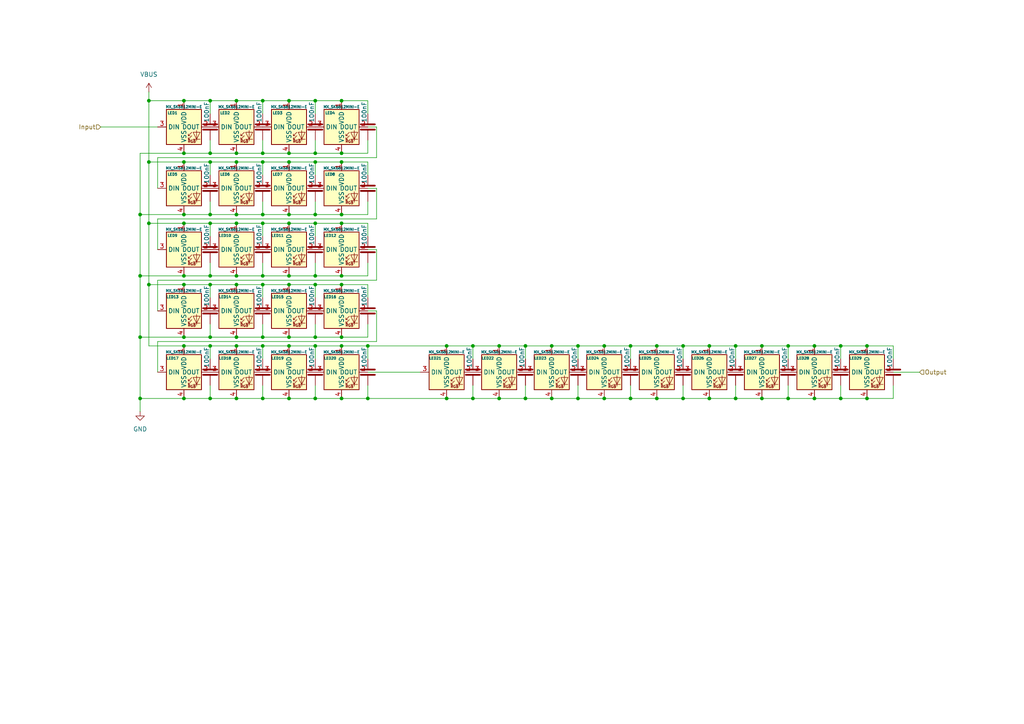
<source format=kicad_sch>
(kicad_sch (version 20250114) (generator "eeschema") (generator_version "9.0")
  (paper "A4")
  (title_block (title "The Interchange Keyboard - Hackpad Module") (date "2025-04-23") (company "Edward Hesketh"))
  (lib_symbols
    (symbol "Device:C" (pin_numbers (hide yes)) (pin_names (offset 0.254))
      (property "Reference" "C" (at 0.635 2.54 0))
      (property "Value" "C" (at 0.635 -2.54 0))
      (symbol "C_0_1"
        (polyline (pts (xy -2.032 0.762) (xy 2.032 0.762)) (stroke (width 0.508)))
        (polyline (pts (xy -2.032 -0.762) (xy 2.032 -0.762)) (stroke (width 0.508)))
      )
      (symbol "C_1_1"
        (pin passive line (at 0 3.81 270) (length 2.794) (name "~") (number "1"))
        (pin passive line (at 0 -3.81 90) (length 2.794) (name "~") (number "2"))
      )
    )
    (symbol "PCM_marbastlib-mx:MX_SK6812MINI-E"
      (property "Reference" "LED" (at 3.175 6.35 0))
      (property "Value" "MX_SK6812MINI-E" (at 10.16 -6.985 0))
      (symbol "MX_SK6812MINI-E_0_0"
        (text "RGB" (at 2.286 -4.191 0) (effects (font (size 0.762 0.762))))
      )
      (symbol "MX_SK6812MINI-E_0_1"
        (rectangle (start -5.08 5.08) (end 5.08 -5.08) (stroke (width 0.254)) (fill (type background)))
        (polyline (pts (xy 1.27 -2.54) (xy 1.778 -2.54)))
        (polyline (pts (xy 1.27 -3.556) (xy 1.778 -3.556)))
        (polyline (pts (xy 2.286 -1.524) (xy 1.27 -2.54) (xy 1.27 -2.032)))
        (polyline (pts (xy 2.286 -2.54) (xy 1.27 -3.556) (xy 1.27 -3.048)))
        (polyline (pts (xy 3.683 -1.016) (xy 3.683 -3.556) (xy 3.683 -4.064)))
        (polyline (pts (xy 4.699 -1.524) (xy 2.667 -1.524) (xy 3.683 -3.556) (xy 4.699 -1.524)))
        (polyline (pts (xy 4.699 -3.556) (xy 2.667 -3.556)))
      )
      (symbol "MX_SK6812MINI-E_1_1"
        (pin input line (at -7.62 0 0) (length 2.54) (name "DIN") (number "3"))
        (pin power_in line (at 0 7.62 270) (length 2.54) (name "VDD") (number "1"))
        (pin power_in line (at 0 -7.62 90) (length 2.54) (name "VSS") (number "4"))
        (pin output line (at 7.62 0 180) (length 2.54) (name "DOUT") (number "2"))
      )
    )
    (symbol "power:GND" (power) (pin_numbers (hide yes)) (pin_names (offset 0) (hide yes))
      (property "Value" "GND" (at 0 -3.81 0))
      (symbol "GND_0_1"
        (polyline (pts (xy 0 0) (xy 0 -1.27) (xy 1.27 -1.27) (xy 0 -2.54) (xy -1.27 -1.27) (xy 0 -1.27)))
      )
      (symbol "GND_1_1"
        (pin power_in line (at 0 0 270) (length 0) (name "~") (number "1"))
      )
    )
    (symbol "power:VBUS" (power) (pin_numbers (hide yes)) (pin_names (offset 0) (hide yes))
      (property "Value" "VBUS" (at 0 3.556 0))
      (symbol "VBUS_0_1"
        (polyline (pts (xy -0.762 1.27) (xy 0 2.54)))
        (polyline (pts (xy 0 2.54) (xy 0.762 1.27)))
        (polyline (pts (xy 0 0) (xy 0 2.54)))
      )
      (symbol "VBUS_1_1"
        (pin power_in line (at 0 0 90) (length 0) (name "~") (number "1"))
      )
    )
  )
  (junction (at 83.82 82.55))
  (junction (at 43.18 46.99))
  (junction (at 228.6 100.33))
  (junction (at 99.06 64.77))
  (junction (at 91.44 62.23))
  (junction (at 60.96 64.77))
  (junction (at 83.82 62.23))
  (junction (at 76.2 115.57))
  (junction (at 182.88 100.33))
  (junction (at 213.36 100.33))
  (junction (at 60.96 44.45))
  (junction (at 91.44 115.57))
  (junction (at 167.64 100.33))
  (junction (at 60.96 46.99))
  (junction (at 76.2 44.45))
  (junction (at 53.34 115.57))
  (junction (at 205.74 115.57))
  (junction (at 76.2 64.77))
  (junction (at 243.84 115.57))
  (junction (at 53.34 46.99))
  (junction (at 91.44 46.99))
  (junction (at 106.68 115.57))
  (junction (at 198.12 115.57))
  (junction (at 53.34 82.55))
  (junction (at 129.54 115.57))
  (junction (at 137.16 100.33))
  (junction (at 160.02 115.57))
  (junction (at 83.82 97.79))
  (junction (at 76.2 80.01))
  (junction (at 99.06 82.55))
  (junction (at 220.98 115.57))
  (junction (at 198.12 100.33))
  (junction (at 99.06 46.99))
  (junction (at 83.82 64.77))
  (junction (at 83.82 80.01))
  (junction (at 243.84 100.33))
  (junction (at 190.5 115.57))
  (junction (at 99.06 29.21))
  (junction (at 182.88 115.57))
  (junction (at 60.96 100.33))
  (junction (at 99.06 80.01))
  (junction (at 60.96 80.01))
  (junction (at 175.26 115.57))
  (junction (at 167.64 115.57))
  (junction (at 76.2 97.79))
  (junction (at 160.02 100.33))
  (junction (at 83.82 115.57))
  (junction (at 68.58 100.33))
  (junction (at 91.44 82.55))
  (junction (at 144.78 115.57))
  (junction (at 40.64 115.57))
  (junction (at 53.34 29.21))
  (junction (at 68.58 115.57))
  (junction (at 175.26 100.33))
  (junction (at 60.96 97.79))
  (junction (at 83.82 46.99))
  (junction (at 60.96 82.55))
  (junction (at 53.34 64.77))
  (junction (at 99.06 62.23))
  (junction (at 220.98 100.33))
  (junction (at 205.74 100.33))
  (junction (at 99.06 44.45))
  (junction (at 129.54 100.33))
  (junction (at 152.4 100.33))
  (junction (at 228.6 115.57))
  (junction (at 83.82 100.33))
  (junction (at 60.96 29.21))
  (junction (at 91.44 64.77))
  (junction (at 91.44 100.33))
  (junction (at 68.58 44.45))
  (junction (at 60.96 115.57))
  (junction (at 236.22 100.33))
  (junction (at 43.18 29.21))
  (junction (at 43.18 82.55))
  (junction (at 76.2 100.33))
  (junction (at 152.4 115.57))
  (junction (at 68.58 62.23))
  (junction (at 91.44 80.01))
  (junction (at 53.34 100.33))
  (junction (at 60.96 62.23))
  (junction (at 68.58 46.99))
  (junction (at 68.58 82.55))
  (junction (at 91.44 97.79))
  (junction (at 137.16 115.57))
  (junction (at 40.64 97.79))
  (junction (at 40.64 80.01))
  (junction (at 83.82 44.45))
  (junction (at 190.5 100.33))
  (junction (at 99.06 115.57))
  (junction (at 76.2 82.55))
  (junction (at 91.44 44.45))
  (junction (at 251.46 100.33))
  (junction (at 68.58 80.01))
  (junction (at 91.44 29.21))
  (junction (at 53.34 44.45))
  (junction (at 236.22 115.57))
  (junction (at 76.2 62.23))
  (junction (at 68.58 29.21))
  (junction (at 99.06 100.33))
  (junction (at 53.34 97.79))
  (junction (at 76.2 29.21))
  (junction (at 43.18 64.77))
  (junction (at 99.06 97.79))
  (junction (at 83.82 29.21))
  (junction (at 68.58 64.77))
  (junction (at 76.2 46.99))
  (junction (at 213.36 115.57))
  (junction (at 106.68 100.33))
  (junction (at 68.58 97.79))
  (junction (at 144.78 100.33))
  (junction (at 53.34 62.23))
  (junction (at 251.46 115.57))
  (junction (at 53.34 80.01))
  (junction (at 40.64 62.23))
  (wire (pts (xy 106.68 33.02) (xy 106.68 29.21)))
  (wire (pts (xy 40.64 115.57) (xy 40.64 119.38)))
  (wire (pts (xy 91.44 64.77) (xy 99.06 64.77)))
  (wire (pts (xy 40.64 80.01) (xy 40.64 97.79)))
  (wire (pts (xy 60.96 80.01) (xy 53.34 80.01)))
  (wire (pts (xy 76.2 93.98) (xy 76.2 97.79)))
  (wire (pts (xy 213.36 111.76) (xy 213.36 115.57)))
  (wire (pts (xy 182.88 111.76) (xy 182.88 115.57)))
  (wire (pts (xy 68.58 62.23) (xy 60.96 62.23)))
  (wire (pts (xy 106.68 100.33) (xy 99.06 100.33)))
  (wire (pts (xy 60.96 29.21) (xy 68.58 29.21)))
  (wire (pts (xy 106.68 44.45) (xy 99.06 44.45)))
  (wire (pts (xy 91.44 82.55) (xy 91.44 86.36)))
  (wire (pts (xy 106.68 82.55) (xy 99.06 82.55)))
  (wire (pts (xy 60.96 29.21) (xy 60.96 33.02)))
  (wire (pts (xy 91.44 46.99) (xy 91.44 50.8)))
  (wire (pts (xy 43.18 26.67) (xy 43.18 29.21)))
  (wire (pts (xy 109.22 72.39) (xy 109.22 81.28)))
  (wire (pts (xy 91.44 97.79) (xy 83.82 97.79)))
  (wire (pts (xy 106.68 46.99) (xy 99.06 46.99)))
  (wire (pts (xy 220.98 100.33) (xy 228.6 100.33)))
  (wire (pts (xy 106.68 64.77) (xy 106.68 68.58)))
  (wire (pts (xy 106.68 29.21) (xy 99.06 29.21)))
  (wire (pts (xy 53.34 80.01) (xy 40.64 80.01)))
  (wire (pts (xy 213.36 100.33) (xy 220.98 100.33)))
  (wire (pts (xy 167.64 115.57) (xy 175.26 115.57)))
  (wire (pts (xy 53.34 46.99) (xy 60.96 46.99)))
  (wire (pts (xy 167.64 104.14) (xy 167.64 100.33)))
  (wire (pts (xy 152.4 104.14) (xy 152.4 100.33)))
  (wire (pts (xy 91.44 100.33) (xy 91.44 104.14)))
  (wire (pts (xy 137.16 111.76) (xy 137.16 115.57)))
  (wire (pts (xy 43.18 64.77) (xy 53.34 64.77)))
  (wire (pts (xy 91.44 40.64) (xy 91.44 44.45)))
  (wire (pts (xy 259.08 104.14) (xy 259.08 100.33)))
  (wire (pts (xy 43.18 100.33) (xy 53.34 100.33)))
  (wire (pts (xy 43.18 82.55) (xy 43.18 100.33)))
  (wire (pts (xy 60.96 46.99) (xy 68.58 46.99)))
  (wire (pts (xy 83.82 115.57) (xy 76.2 115.57)))
  (wire (pts (xy 259.08 111.76) (xy 259.08 115.57)))
  (wire (pts (xy 43.18 82.55) (xy 53.34 82.55)))
  (wire (pts (xy 60.96 100.33) (xy 68.58 100.33)))
  (wire (pts (xy 106.68 107.95) (xy 121.92 107.95)))
  (wire (pts (xy 251.46 100.33) (xy 259.08 100.33)))
  (wire (pts (xy 109.22 81.28) (xy 45.72 81.28)))
  (wire (pts (xy 83.82 82.55) (xy 91.44 82.55)))
  (wire (pts (xy 76.2 64.77) (xy 76.2 68.58)))
  (wire (pts (xy 76.2 100.33) (xy 76.2 104.14)))
  (wire (pts (xy 109.22 99.06) (xy 45.72 99.06)))
  (wire (pts (xy 99.06 115.57) (xy 91.44 115.57)))
  (wire (pts (xy 175.26 100.33) (xy 182.88 100.33)))
  (wire (pts (xy 76.2 100.33) (xy 83.82 100.33)))
  (wire (pts (xy 60.96 44.45) (xy 53.34 44.45)))
  (wire (pts (xy 205.74 115.57) (xy 213.36 115.57)))
  (wire (pts (xy 43.18 29.21) (xy 43.18 46.99)))
  (wire (pts (xy 76.2 82.55) (xy 83.82 82.55)))
  (wire (pts (xy 76.2 46.99) (xy 76.2 50.8)))
  (wire (pts (xy 53.34 44.45) (xy 40.64 44.45)))
  (wire (pts (xy 99.06 62.23) (xy 91.44 62.23)))
  (wire (pts (xy 76.2 82.55) (xy 76.2 86.36)))
  (wire (pts (xy 160.02 115.57) (xy 167.64 115.57)))
  (wire (pts (xy 106.68 90.17) (xy 109.22 90.17)))
  (wire (pts (xy 76.2 62.23) (xy 68.58 62.23)))
  (wire (pts (xy 53.34 100.33) (xy 60.96 100.33)))
  (wire (pts (xy 68.58 29.21) (xy 76.2 29.21)))
  (wire (pts (xy 106.68 100.33) (xy 129.54 100.33)))
  (wire (pts (xy 83.82 29.21) (xy 91.44 29.21)))
  (wire (pts (xy 198.12 111.76) (xy 198.12 115.57)))
  (wire (pts (xy 99.06 80.01) (xy 91.44 80.01)))
  (wire (pts (xy 205.74 100.33) (xy 213.36 100.33)))
  (wire (pts (xy 60.96 82.55) (xy 60.96 86.36)))
  (wire (pts (xy 243.84 115.57) (xy 251.46 115.57)))
  (wire (pts (xy 99.06 97.79) (xy 91.44 97.79)))
  (wire (pts (xy 266.7 107.95) (xy 259.08 107.95)))
  (wire (pts (xy 109.22 90.17) (xy 109.22 99.06)))
  (wire (pts (xy 106.68 50.8) (xy 106.68 46.99)))
  (wire (pts (xy 167.64 111.76) (xy 167.64 115.57)))
  (wire (pts (xy 243.84 111.76) (xy 243.84 115.57)))
  (wire (pts (xy 129.54 100.33) (xy 137.16 100.33)))
  (wire (pts (xy 43.18 46.99) (xy 43.18 64.77)))
  (wire (pts (xy 198.12 115.57) (xy 205.74 115.57)))
  (wire (pts (xy 106.68 115.57) (xy 129.54 115.57)))
  (wire (pts (xy 228.6 104.14) (xy 228.6 100.33)))
  (wire (pts (xy 45.72 81.28) (xy 45.72 90.17)))
  (wire (pts (xy 137.16 100.33) (xy 144.78 100.33)))
  (wire (pts (xy 68.58 100.33) (xy 76.2 100.33)))
  (wire (pts (xy 76.2 97.79) (xy 68.58 97.79)))
  (wire (pts (xy 53.34 115.57) (xy 40.64 115.57)))
  (wire (pts (xy 236.22 115.57) (xy 243.84 115.57)))
  (wire (pts (xy 152.4 100.33) (xy 160.02 100.33)))
  (wire (pts (xy 106.68 72.39) (xy 109.22 72.39)))
  (wire (pts (xy 68.58 64.77) (xy 76.2 64.77)))
  (wire (pts (xy 76.2 40.64) (xy 76.2 44.45)))
  (wire (pts (xy 190.5 115.57) (xy 198.12 115.57)))
  (wire (pts (xy 99.06 62.23) (xy 106.68 62.23)))
  (wire (pts (xy 76.2 64.77) (xy 83.82 64.77)))
  (wire (pts (xy 228.6 111.76) (xy 228.6 115.57)))
  (wire (pts (xy 99.06 44.45) (xy 91.44 44.45)))
  (wire (pts (xy 76.2 58.42) (xy 76.2 62.23)))
  (wire (pts (xy 76.2 115.57) (xy 68.58 115.57)))
  (wire (pts (xy 91.44 29.21) (xy 99.06 29.21)))
  (wire (pts (xy 76.2 29.21) (xy 83.82 29.21)))
  (wire (pts (xy 91.44 62.23) (xy 83.82 62.23)))
  (wire (pts (xy 76.2 44.45) (xy 68.58 44.45)))
  (wire (pts (xy 198.12 100.33) (xy 205.74 100.33)))
  (wire (pts (xy 220.98 115.57) (xy 228.6 115.57)))
  (wire (pts (xy 83.82 46.99) (xy 91.44 46.99)))
  (wire (pts (xy 68.58 82.55) (xy 76.2 82.55)))
  (wire (pts (xy 91.44 82.55) (xy 99.06 82.55)))
  (wire (pts (xy 68.58 115.57) (xy 60.96 115.57)))
  (wire (pts (xy 109.22 36.83) (xy 109.22 45.72)))
  (wire (pts (xy 53.34 29.21) (xy 60.96 29.21)))
  (wire (pts (xy 45.72 63.5) (xy 45.72 72.39)))
  (wire (pts (xy 60.96 111.76) (xy 60.96 115.57)))
  (wire (pts (xy 160.02 100.33) (xy 167.64 100.33)))
  (wire (pts (xy 91.44 46.99) (xy 99.06 46.99)))
  (wire (pts (xy 213.36 115.57) (xy 220.98 115.57)))
  (wire (pts (xy 60.96 100.33) (xy 60.96 104.14)))
  (wire (pts (xy 106.68 36.83) (xy 109.22 36.83)))
  (wire (pts (xy 182.88 100.33) (xy 190.5 100.33)))
  (wire (pts (xy 83.82 97.79) (xy 76.2 97.79)))
  (wire (pts (xy 106.68 86.36) (xy 106.68 82.55)))
  (wire (pts (xy 144.78 115.57) (xy 152.4 115.57)))
  (wire (pts (xy 60.96 97.79) (xy 53.34 97.79)))
  (wire (pts (xy 243.84 104.14) (xy 243.84 100.33)))
  (wire (pts (xy 182.88 104.14) (xy 182.88 100.33)))
  (wire (pts (xy 60.96 82.55) (xy 68.58 82.55)))
  (wire (pts (xy 106.68 58.42) (xy 106.68 62.23)))
  (wire (pts (xy 91.44 64.77) (xy 91.44 68.58)))
  (wire (pts (xy 190.5 100.33) (xy 198.12 100.33)))
  (wire (pts (xy 60.96 58.42) (xy 60.96 62.23)))
  (wire (pts (xy 144.78 100.33) (xy 152.4 100.33)))
  (wire (pts (xy 228.6 100.33) (xy 236.22 100.33)))
  (wire (pts (xy 60.96 40.64) (xy 60.96 44.45)))
  (wire (pts (xy 45.72 45.72) (xy 45.72 54.61)))
  (wire (pts (xy 76.2 46.99) (xy 83.82 46.99)))
  (wire (pts (xy 40.64 97.79) (xy 40.64 115.57)))
  (wire (pts (xy 99.06 97.79) (xy 106.68 97.79)))
  (wire (pts (xy 68.58 97.79) (xy 60.96 97.79)))
  (wire (pts (xy 60.96 62.23) (xy 53.34 62.23)))
  (wire (pts (xy 137.16 115.57) (xy 144.78 115.57)))
  (wire (pts (xy 106.68 93.98) (xy 106.68 97.79)))
  (wire (pts (xy 76.2 29.21) (xy 76.2 33.02)))
  (wire (pts (xy 175.26 115.57) (xy 182.88 115.57)))
  (wire (pts (xy 106.68 54.61) (xy 109.22 54.61)))
  (wire (pts (xy 68.58 46.99) (xy 76.2 46.99)))
  (wire (pts (xy 167.64 100.33) (xy 175.26 100.33)))
  (wire (pts (xy 53.34 97.79) (xy 40.64 97.79)))
  (wire (pts (xy 83.82 100.33) (xy 91.44 100.33)))
  (wire (pts (xy 91.44 100.33) (xy 99.06 100.33)))
  (wire (pts (xy 53.34 82.55) (xy 60.96 82.55)))
  (wire (pts (xy 106.68 104.14) (xy 106.68 100.33)))
  (wire (pts (xy 198.12 104.14) (xy 198.12 100.33)))
  (wire (pts (xy 91.44 115.57) (xy 83.82 115.57)))
  (wire (pts (xy 29.21 36.83) (xy 45.72 36.83)))
  (wire (pts (xy 60.96 46.99) (xy 60.96 50.8)))
  (wire (pts (xy 76.2 111.76) (xy 76.2 115.57)))
  (wire (pts (xy 45.72 99.06) (xy 45.72 107.95)))
  (wire (pts (xy 152.4 111.76) (xy 152.4 115.57)))
  (wire (pts (xy 60.96 93.98) (xy 60.96 97.79)))
  (wire (pts (xy 43.18 46.99) (xy 53.34 46.99)))
  (wire (pts (xy 99.06 64.77) (xy 106.68 64.77)))
  (wire (pts (xy 91.44 29.21) (xy 91.44 33.02)))
  (wire (pts (xy 106.68 76.2) (xy 106.68 80.01)))
  (wire (pts (xy 129.54 115.57) (xy 137.16 115.57)))
  (wire (pts (xy 40.64 44.45) (xy 40.64 62.23)))
  (wire (pts (xy 106.68 111.76) (xy 106.68 115.57)))
  (wire (pts (xy 43.18 64.77) (xy 43.18 82.55)))
  (wire (pts (xy 137.16 104.14) (xy 137.16 100.33)))
  (wire (pts (xy 91.44 80.01) (xy 83.82 80.01)))
  (wire (pts (xy 76.2 76.2) (xy 76.2 80.01)))
  (wire (pts (xy 91.44 76.2) (xy 91.44 80.01)))
  (wire (pts (xy 99.06 80.01) (xy 106.68 80.01)))
  (wire (pts (xy 60.96 115.57) (xy 53.34 115.57)))
  (wire (pts (xy 76.2 80.01) (xy 68.58 80.01)))
  (wire (pts (xy 106.68 40.64) (xy 106.68 44.45)))
  (wire (pts (xy 152.4 115.57) (xy 160.02 115.57)))
  (wire (pts (xy 228.6 115.57) (xy 236.22 115.57)))
  (wire (pts (xy 91.44 44.45) (xy 83.82 44.45)))
  (wire (pts (xy 68.58 80.01) (xy 60.96 80.01)))
  (wire (pts (xy 60.96 64.77) (xy 68.58 64.77)))
  (wire (pts (xy 83.82 62.23) (xy 76.2 62.23)))
  (wire (pts (xy 182.88 115.57) (xy 190.5 115.57)))
  (wire (pts (xy 109.22 45.72) (xy 45.72 45.72)))
  (wire (pts (xy 91.44 111.76) (xy 91.44 115.57)))
  (wire (pts (xy 251.46 115.57) (xy 259.08 115.57)))
  (wire (pts (xy 83.82 44.45) (xy 76.2 44.45)))
  (wire (pts (xy 213.36 104.14) (xy 213.36 100.33)))
  (wire (pts (xy 68.58 44.45) (xy 60.96 44.45)))
  (wire (pts (xy 236.22 100.33) (xy 243.84 100.33)))
  (wire (pts (xy 60.96 64.77) (xy 60.96 68.58)))
  (wire (pts (xy 243.84 100.33) (xy 251.46 100.33)))
  (wire (pts (xy 83.82 64.77) (xy 91.44 64.77)))
  (wire (pts (xy 60.96 76.2) (xy 60.96 80.01)))
  (wire (pts (xy 43.18 29.21) (xy 53.34 29.21)))
  (wire (pts (xy 109.22 63.5) (xy 45.72 63.5)))
  (wire (pts (xy 109.22 54.61) (xy 109.22 63.5)))
  (wire (pts (xy 53.34 62.23) (xy 40.64 62.23)))
  (wire (pts (xy 91.44 93.98) (xy 91.44 97.79)))
  (wire (pts (xy 53.34 64.77) (xy 60.96 64.77)))
  (wire (pts (xy 106.68 115.57) (xy 99.06 115.57)))
  (wire (pts (xy 40.64 62.23) (xy 40.64 80.01)))
  (wire (pts (xy 91.44 58.42) (xy 91.44 62.23)))
  (wire (pts (xy 83.82 80.01) (xy 76.2 80.01)))
  (hierarchical_label "Output" (shape input) (at 266.7 107.95 0))
  (hierarchical_label "Input" (shape input) (at 29.21 36.83 180))
  (symbol (lib_id "PCM_marbastlib-mx:MX_SK6812MINI-E") (at 68.58 54.61 0) (unit 1)
    (property "Reference" "LED6" (at 65.278 50.546 0) (effects (font (size 0.75 0.75))))
    (property "Value" "MX_SK6812MINI-E" (at 68.58 48.768 0) (effects (font (size 0.75 0.75))))
    (property "Footprint" "CustomFootprints:LED_MX_6028R-ROT_Custom" (effects (hide yes)))
  )
  (symbol (lib_id "PCM_marbastlib-mx:MX_SK6812MINI-E") (at 83.82 72.39 0) (unit 1)
    (property "Reference" "LED11" (at 80.518 68.326 0) (effects (font (size 0.75 0.75))))
    (property "Value" "MX_SK6812MINI-E" (at 83.82 66.548 0) (effects (font (size 0.75 0.75))))
    (property "Footprint" "CustomFootprints:LED_MX_6028R-ROT_Custom" (effects (hide yes)))
  )
  (symbol (lib_id "PCM_marbastlib-mx:MX_SK6812MINI-E") (at 99.06 36.83 0) (unit 1)
    (property "Reference" "LED4" (at 95.758 32.766 0) (effects (font (size 0.75 0.75))))
    (property "Value" "MX_SK6812MINI-E" (at 99.06 30.988 0) (effects (font (size 0.75 0.75))))
    (property "Footprint" "CustomFootprints:LED_MX_6028R-ROT_Custom" (effects (hide yes)))
  )
  (symbol (lib_id "Device:C") (at 259.08 107.95 180) (unit 1)
    (property "Reference" "C29" (effects (hide yes)))
    (property "Value" "100nF" (at 258.064 106.68 90) (effects (justify right)))
    (property "Footprint" "Capacitor_SMD:C_0603_1608Metric_Pad1.08x0.95mm_HandSolder" (effects (hide yes)))
    (property "Description" "Unpolarized capacitor" (effects (hide yes)))
  )
  (symbol (lib_id "Device:C") (at 106.68 54.61 180) (unit 1)
    (property "Reference" "C8" (effects (hide yes)))
    (property "Value" "100nF" (at 105.664 53.34 90) (effects (justify right)))
    (property "Footprint" "Capacitor_SMD:C_0603_1608Metric_Pad1.08x0.95mm_HandSolder" (effects (hide yes)))
    (property "Description" "Unpolarized capacitor" (effects (hide yes)))
  )
  (symbol (lib_id "Device:C") (at 91.44 90.17 180) (unit 1)
    (property "Reference" "C15" (effects (hide yes)))
    (property "Value" "100nF" (at 90.424 88.9 90) (effects (justify right)))
    (property "Footprint" "Capacitor_SMD:C_0603_1608Metric_Pad1.08x0.95mm_HandSolder" (effects (hide yes)))
    (property "Description" "Unpolarized capacitor" (effects (hide yes)))
  )
  (symbol (lib_id "power:VBUS") (at 43.18 26.67 0) (unit 1)
    (property "Reference" "#PWR019" (effects (hide yes)))
    (property "Value" "VBUS" (at 43.18 21.59 0))
    (property "Description" "Power symbol creates a global label with name \"VBUS\"" (effects (hide yes)))
  )
  (symbol (lib_id "Device:C") (at 213.36 107.95 180) (unit 1)
    (property "Reference" "C26" (effects (hide yes)))
    (property "Value" "100nF" (at 212.344 106.68 90) (effects (justify right)))
    (property "Footprint" "Capacitor_SMD:C_0603_1608Metric_Pad1.08x0.95mm_HandSolder" (effects (hide yes)))
    (property "Description" "Unpolarized capacitor" (effects (hide yes)))
  )
  (symbol (lib_id "Device:C") (at 76.2 36.83 180) (unit 1)
    (property "Reference" "C2" (effects (hide yes)))
    (property "Value" "100nF" (at 75.184 35.56 90) (effects (justify right)))
    (property "Footprint" "Capacitor_SMD:C_0603_1608Metric_Pad1.08x0.95mm_HandSolder" (effects (hide yes)))
    (property "Description" "Unpolarized capacitor" (effects (hide yes)))
  )
  (symbol (lib_id "PCM_marbastlib-mx:MX_SK6812MINI-E") (at 160.02 107.95 0) (unit 1)
    (property "Reference" "LED23" (at 156.718 103.886 0) (effects (font (size 0.75 0.75))))
    (property "Value" "MX_SK6812MINI-E" (at 160.02 102.108 0) (effects (font (size 0.75 0.75))))
    (property "Footprint" "CustomFootprints:LED_6028R_Custom" (effects (hide yes)))
  )
  (symbol (lib_id "PCM_marbastlib-mx:MX_SK6812MINI-E") (at 251.46 107.95 0) (unit 1)
    (property "Reference" "LED29" (at 248.158 103.886 0) (effects (font (size 0.75 0.75))))
    (property "Value" "MX_SK6812MINI-E" (at 251.46 102.108 0) (effects (font (size 0.75 0.75))))
    (property "Footprint" "CustomFootprints:LED_6028R_Custom" (effects (hide yes)))
  )
  (symbol (lib_id "PCM_marbastlib-mx:MX_SK6812MINI-E") (at 175.26 107.95 0) (unit 1)
    (property "Reference" "LED24" (at 171.958 103.886 0) (effects (font (size 0.75 0.75))))
    (property "Value" "MX_SK6812MINI-E" (at 175.26 102.108 0) (effects (font (size 0.75 0.75))))
    (property "Footprint" "CustomFootprints:LED_6028R_Custom" (effects (hide yes)))
  )
  (symbol (lib_id "PCM_marbastlib-mx:MX_SK6812MINI-E") (at 220.98 107.95 0) (unit 1)
    (property "Reference" "LED27" (at 217.678 103.886 0) (effects (font (size 0.75 0.75))))
    (property "Value" "MX_SK6812MINI-E" (at 220.98 102.108 0) (effects (font (size 0.75 0.75))))
    (property "Footprint" "CustomFootprints:LED_6028R_Custom" (effects (hide yes)))
  )
  (symbol (lib_id "power:GND") (at 40.64 119.38 0) (unit 1)
    (property "Reference" "#PWR018" (effects (hide yes)))
    (property "Value" "GND" (at 40.64 124.46 0))
    (property "Description" "Power symbol creates a global label with name \"GND\" , ground" (effects (hide yes)))
  )
  (symbol (lib_id "PCM_marbastlib-mx:MX_SK6812MINI-E") (at 99.06 107.95 0) (unit 1)
    (property "Reference" "LED20" (at 95.758 103.886 0) (effects (font (size 0.75 0.75))))
    (property "Value" "MX_SK6812MINI-E" (at 99.06 102.108 0) (effects (font (size 0.75 0.75))))
    (property "Footprint" "CustomFootprints:LED_MX_6028R-ROT_Custom" (effects (hide yes)))
  )
  (symbol (lib_id "PCM_marbastlib-mx:MX_SK6812MINI-E") (at 99.06 54.61 0) (unit 1)
    (property "Reference" "LED8" (at 95.758 50.546 0) (effects (font (size 0.75 0.75))))
    (property "Value" "MX_SK6812MINI-E" (at 99.06 48.768 0) (effects (font (size 0.75 0.75))))
    (property "Footprint" "CustomFootprints:LED_MX_6028R-ROT_Custom" (effects (hide yes)))
  )
  (symbol (lib_id "PCM_marbastlib-mx:MX_SK6812MINI-E") (at 53.34 54.61 0) (unit 1)
    (property "Reference" "LED5" (at 50.038 50.546 0) (effects (font (size 0.75 0.75))))
    (property "Value" "MX_SK6812MINI-E" (at 53.34 48.768 0) (effects (font (size 0.75 0.75))))
    (property "Footprint" "CustomFootprints:LED_MX_6028R-ROT_Custom" (effects (hide yes)))
  )
  (symbol (lib_id "PCM_marbastlib-mx:MX_SK6812MINI-E") (at 53.34 36.83 0) (unit 1)
    (property "Reference" "LED1" (at 50.038 32.766 0) (effects (font (size 0.75 0.75))))
    (property "Value" "MX_SK6812MINI-E" (at 53.34 30.988 0) (effects (font (size 0.75 0.75))))
    (property "Footprint" "CustomFootprints:LED_MX_6028R-ROT_Custom" (effects (hide yes)))
  )
  (symbol (lib_id "PCM_marbastlib-mx:MX_SK6812MINI-E") (at 129.54 107.95 0) (unit 1)
    (property "Reference" "LED21" (at 126.238 103.886 0) (effects (font (size 0.75 0.75))))
    (property "Value" "MX_SK6812MINI-E" (at 129.54 102.108 0) (effects (font (size 0.75 0.75))))
    (property "Footprint" "CustomFootprints:LED_6028R_Custom" (effects (hide yes)))
  )
  (symbol (lib_id "PCM_marbastlib-mx:MX_SK6812MINI-E") (at 53.34 72.39 0) (unit 1)
    (property "Reference" "LED9" (at 50.038 68.326 0) (effects (font (size 0.75 0.75))))
    (property "Value" "MX_SK6812MINI-E" (at 53.34 66.548 0) (effects (font (size 0.75 0.75))))
    (property "Footprint" "CustomFootprints:LED_MX_6028R-ROT_Custom" (effects (hide yes)))
  )
  (symbol (lib_id "Device:C") (at 60.96 54.61 180) (unit 1)
    (property "Reference" "C5" (effects (hide yes)))
    (property "Value" "100nF" (at 59.944 53.34 90) (effects (justify right)))
    (property "Footprint" "Capacitor_SMD:C_0603_1608Metric_Pad1.08x0.95mm_HandSolder" (effects (hide yes)))
    (property "Description" "Unpolarized capacitor" (effects (hide yes)))
  )
  (symbol (lib_id "Device:C") (at 91.44 54.61 180) (unit 1)
    (property "Reference" "C7" (effects (hide yes)))
    (property "Value" "100nF" (at 90.424 53.34 90) (effects (justify right)))
    (property "Footprint" "Capacitor_SMD:C_0603_1608Metric_Pad1.08x0.95mm_HandSolder" (effects (hide yes)))
    (property "Description" "Unpolarized capacitor" (effects (hide yes)))
  )
  (symbol (lib_id "Device:C") (at 60.96 72.39 180) (unit 1)
    (property "Reference" "C9" (effects (hide yes)))
    (property "Value" "100nF" (at 59.944 71.12 90) (effects (justify right)))
    (property "Footprint" "Capacitor_SMD:C_0603_1608Metric_Pad1.08x0.95mm_HandSolder" (effects (hide yes)))
    (property "Description" "Unpolarized capacitor" (effects (hide yes)))
  )
  (symbol (lib_id "Device:C") (at 60.96 90.17 180) (unit 1)
    (property "Reference" "C13" (effects (hide yes)))
    (property "Value" "100nF" (at 59.944 88.9 90) (effects (justify right)))
    (property "Footprint" "Capacitor_SMD:C_0603_1608Metric_Pad1.08x0.95mm_HandSolder" (effects (hide yes)))
    (property "Description" "Unpolarized capacitor" (effects (hide yes)))
  )
  (symbol (lib_id "Device:C") (at 76.2 90.17 180) (unit 1)
    (property "Reference" "C14" (effects (hide yes)))
    (property "Value" "100nF" (at 75.184 88.9 90) (effects (justify right)))
    (property "Footprint" "Capacitor_SMD:C_0603_1608Metric_Pad1.08x0.95mm_HandSolder" (effects (hide yes)))
    (property "Description" "Unpolarized capacitor" (effects (hide yes)))
  )
  (symbol (lib_id "PCM_marbastlib-mx:MX_SK6812MINI-E") (at 144.78 107.95 0) (unit 1)
    (property "Reference" "LED22" (at 141.478 103.886 0) (effects (font (size 0.75 0.75))))
    (property "Value" "MX_SK6812MINI-E" (at 144.78 102.108 0) (effects (font (size 0.75 0.75))))
    (property "Footprint" "CustomFootprints:LED_6028R_Custom" (effects (hide yes)))
  )
  (symbol (lib_id "PCM_marbastlib-mx:MX_SK6812MINI-E") (at 68.58 107.95 0) (unit 1)
    (property "Reference" "LED18" (at 65.278 103.886 0) (effects (font (size 0.75 0.75))))
    (property "Value" "MX_SK6812MINI-E" (at 68.58 102.108 0) (effects (font (size 0.75 0.75))))
    (property "Footprint" "CustomFootprints:LED_MX_6028R-ROT_Custom" (effects (hide yes)))
  )
  (symbol (lib_id "Device:C") (at 182.88 107.95 180) (unit 1)
    (property "Reference" "C24" (effects (hide yes)))
    (property "Value" "100nF" (at 181.864 106.68 90) (effects (justify right)))
    (property "Footprint" "Capacitor_SMD:C_0603_1608Metric_Pad1.08x0.95mm_HandSolder" (effects (hide yes)))
    (property "Description" "Unpolarized capacitor" (effects (hide yes)))
  )
  (symbol (lib_id "PCM_marbastlib-mx:MX_SK6812MINI-E") (at 53.34 107.95 0) (unit 1)
    (property "Reference" "LED17" (at 50.038 103.886 0) (effects (font (size 0.75 0.75))))
    (property "Value" "MX_SK6812MINI-E" (at 53.34 102.108 0) (effects (font (size 0.75 0.75))))
    (property "Footprint" "CustomFootprints:LED_MX_6028R-ROT_Custom" (effects (hide yes)))
  )
  (symbol (lib_id "PCM_marbastlib-mx:MX_SK6812MINI-E") (at 68.58 72.39 0) (unit 1)
    (property "Reference" "LED10" (at 65.278 68.326 0) (effects (font (size 0.75 0.75))))
    (property "Value" "MX_SK6812MINI-E" (at 68.58 66.548 0) (effects (font (size 0.75 0.75))))
    (property "Footprint" "CustomFootprints:LED_MX_6028R-ROT_Custom" (effects (hide yes)))
  )
  (symbol (lib_id "PCM_marbastlib-mx:MX_SK6812MINI-E") (at 99.06 90.17 0) (unit 1)
    (property "Reference" "LED16" (at 95.758 86.106 0) (effects (font (size 0.75 0.75))))
    (property "Value" "MX_SK6812MINI-E" (at 99.06 84.328 0) (effects (font (size 0.75 0.75))))
    (property "Footprint" "CustomFootprints:LED_MX_6028R-ROT_Custom" (effects (hide yes)))
  )
  (symbol (lib_id "PCM_marbastlib-mx:MX_SK6812MINI-E") (at 53.34 90.17 0) (unit 1)
    (property "Reference" "LED13" (at 50.038 86.106 0) (effects (font (size 0.75 0.75))))
    (property "Value" "MX_SK6812MINI-E" (at 53.34 84.328 0) (effects (font (size 0.75 0.75))))
    (property "Footprint" "CustomFootprints:LED_MX_6028R-ROT_Custom" (effects (hide yes)))
  )
  (symbol (lib_id "Device:C") (at 91.44 107.95 180) (unit 1)
    (property "Reference" "C19" (effects (hide yes)))
    (property "Value" "100nF" (at 90.424 106.68 90) (effects (justify right)))
    (property "Footprint" "Capacitor_SMD:C_0603_1608Metric_Pad1.08x0.95mm_HandSolder" (effects (hide yes)))
    (property "Description" "Unpolarized capacitor" (effects (hide yes)))
  )
  (symbol (lib_id "Device:C") (at 106.68 107.95 180) (unit 1)
    (property "Reference" "C20" (effects (hide yes)))
    (property "Value" "100nF" (at 105.664 106.68 90) (effects (justify right)))
    (property "Footprint" "Capacitor_SMD:C_0603_1608Metric_Pad1.08x0.95mm_HandSolder" (effects (hide yes)))
    (property "Description" "Unpolarized capacitor" (effects (hide yes)))
  )
  (symbol (lib_id "Device:C") (at 91.44 72.39 180) (unit 1)
    (property "Reference" "C11" (effects (hide yes)))
    (property "Value" "100nF" (at 90.424 71.12 90) (effects (justify right)))
    (property "Footprint" "Capacitor_SMD:C_0603_1608Metric_Pad1.08x0.95mm_HandSolder" (effects (hide yes)))
    (property "Description" "Unpolarized capacitor" (effects (hide yes)))
  )
  (symbol (lib_id "Device:C") (at 76.2 72.39 180) (unit 1)
    (property "Reference" "C10" (effects (hide yes)))
    (property "Value" "100nF" (at 75.184 71.12 90) (effects (justify right)))
    (property "Footprint" "Capacitor_SMD:C_0603_1608Metric_Pad1.08x0.95mm_HandSolder" (effects (hide yes)))
    (property "Description" "Unpolarized capacitor" (effects (hide yes)))
  )
  (symbol (lib_id "Device:C") (at 76.2 54.61 180) (unit 1)
    (property "Reference" "C6" (effects (hide yes)))
    (property "Value" "100nF" (at 75.184 53.34 90) (effects (justify right)))
    (property "Footprint" "Capacitor_SMD:C_0603_1608Metric_Pad1.08x0.95mm_HandSolder" (effects (hide yes)))
    (property "Description" "Unpolarized capacitor" (effects (hide yes)))
  )
  (symbol (lib_id "Device:C") (at 167.64 107.95 180) (unit 1)
    (property "Reference" "C23" (effects (hide yes)))
    (property "Value" "100nF" (at 166.624 106.68 90) (effects (justify right)))
    (property "Footprint" "Capacitor_SMD:C_0603_1608Metric_Pad1.08x0.95mm_HandSolder" (effects (hide yes)))
    (property "Description" "Unpolarized capacitor" (effects (hide yes)))
  )
  (symbol (lib_id "PCM_marbastlib-mx:MX_SK6812MINI-E") (at 83.82 107.95 0) (unit 1)
    (property "Reference" "LED19" (at 80.518 103.886 0) (effects (font (size 0.75 0.75))))
    (property "Value" "MX_SK6812MINI-E" (at 83.82 102.108 0) (effects (font (size 0.75 0.75))))
    (property "Footprint" "CustomFootprints:LED_MX_6028R-ROT_Custom" (effects (hide yes)))
  )
  (symbol (lib_id "PCM_marbastlib-mx:MX_SK6812MINI-E") (at 68.58 90.17 0) (unit 1)
    (property "Reference" "LED14" (at 65.278 86.106 0) (effects (font (size 0.75 0.75))))
    (property "Value" "MX_SK6812MINI-E" (at 68.58 84.328 0) (effects (font (size 0.75 0.75))))
    (property "Footprint" "CustomFootprints:LED_MX_6028R-ROT_Custom" (effects (hide yes)))
  )
  (symbol (lib_id "Device:C") (at 106.68 36.83 180) (unit 1)
    (property "Reference" "C4" (effects (hide yes)))
    (property "Value" "100nF" (at 105.664 35.56 90) (effects (justify right)))
    (property "Footprint" "Capacitor_SMD:C_0603_1608Metric_Pad1.08x0.95mm_HandSolder" (effects (hide yes)))
    (property "Description" "Unpolarized capacitor" (effects (hide yes)))
  )
  (symbol (lib_id "Device:C") (at 60.96 36.83 180) (unit 1)
    (property "Reference" "C1" (effects (hide yes)))
    (property "Value" "100nF" (at 59.944 35.56 90) (effects (justify right)))
    (property "Footprint" "Capacitor_SMD:C_0603_1608Metric_Pad1.08x0.95mm_HandSolder" (effects (hide yes)))
    (property "Description" "Unpolarized capacitor" (effects (hide yes)))
  )
  (symbol (lib_id "Device:C") (at 91.44 36.83 180) (unit 1)
    (property "Reference" "C3" (effects (hide yes)))
    (property "Value" "100nF" (at 90.424 35.56 90) (effects (justify right)))
    (property "Footprint" "Capacitor_SMD:C_0603_1608Metric_Pad1.08x0.95mm_HandSolder" (effects (hide yes)))
    (property "Description" "Unpolarized capacitor" (effects (hide yes)))
  )
  (symbol (lib_id "PCM_marbastlib-mx:MX_SK6812MINI-E") (at 236.22 107.95 0) (unit 1)
    (property "Reference" "LED28" (at 232.918 103.886 0) (effects (font (size 0.75 0.75))))
    (property "Value" "MX_SK6812MINI-E" (at 236.22 102.108 0) (effects (font (size 0.75 0.75))))
    (property "Footprint" "CustomFootprints:LED_6028R_Custom" (effects (hide yes)))
  )
  (symbol (lib_id "PCM_marbastlib-mx:MX_SK6812MINI-E") (at 68.58 36.83 0) (unit 1)
    (property "Reference" "LED2" (at 65.278 32.766 0) (effects (font (size 0.75 0.75))))
    (property "Value" "MX_SK6812MINI-E" (at 68.58 30.988 0) (effects (font (size 0.75 0.75))))
    (property "Footprint" "CustomFootprints:LED_MX_6028R-ROT_Custom" (effects (hide yes)))
  )
  (symbol (lib_id "PCM_marbastlib-mx:MX_SK6812MINI-E") (at 83.82 54.61 0) (unit 1)
    (property "Reference" "LED7" (at 80.518 50.546 0) (effects (font (size 0.75 0.75))))
    (property "Value" "MX_SK6812MINI-E" (at 83.82 48.768 0) (effects (font (size 0.75 0.75))))
    (property "Footprint" "CustomFootprints:LED_MX_6028R-ROT_Custom" (effects (hide yes)))
  )
  (symbol (lib_id "PCM_marbastlib-mx:MX_SK6812MINI-E") (at 205.74 107.95 0) (unit 1)
    (property "Reference" "LED26" (at 202.438 103.886 0) (effects (font (size 0.75 0.75))))
    (property "Value" "MX_SK6812MINI-E" (at 205.74 102.108 0) (effects (font (size 0.75 0.75))))
    (property "Footprint" "CustomFootprints:LED_6028R_Custom" (effects (hide yes)))
  )
  (symbol (lib_id "Device:C") (at 76.2 107.95 180) (unit 1)
    (property "Reference" "C18" (effects (hide yes)))
    (property "Value" "100nF" (at 75.184 106.68 90) (effects (justify right)))
    (property "Footprint" "Capacitor_SMD:C_0603_1608Metric_Pad1.08x0.95mm_HandSolder" (effects (hide yes)))
    (property "Description" "Unpolarized capacitor" (effects (hide yes)))
  )
  (symbol (lib_id "PCM_marbastlib-mx:MX_SK6812MINI-E") (at 190.5 107.95 0) (unit 1)
    (property "Reference" "LED25" (at 187.198 103.886 0) (effects (font (size 0.75 0.75))))
    (property "Value" "MX_SK6812MINI-E" (at 190.5 102.108 0) (effects (font (size 0.75 0.75))))
    (property "Footprint" "CustomFootprints:LED_6028R_Custom" (effects (hide yes)))
  )
  (symbol (lib_id "Device:C") (at 137.16 107.95 180) (unit 1)
    (property "Reference" "C21" (effects (hide yes)))
    (property "Value" "100nF" (at 136.144 106.68 90) (effects (justify right)))
    (property "Footprint" "Capacitor_SMD:C_0603_1608Metric_Pad1.08x0.95mm_HandSolder" (effects (hide yes)))
    (property "Description" "Unpolarized capacitor" (effects (hide yes)))
  )
  (symbol (lib_id "Device:C") (at 243.84 107.95 180) (unit 1)
    (property "Reference" "C28" (effects (hide yes)))
    (property "Value" "100nF" (at 242.824 106.68 90) (effects (justify right)))
    (property "Footprint" "Capacitor_SMD:C_0603_1608Metric_Pad1.08x0.95mm_HandSolder" (effects (hide yes)))
    (property "Description" "Unpolarized capacitor" (effects (hide yes)))
  )
  (symbol (lib_id "Device:C") (at 228.6 107.95 180) (unit 1)
    (property "Reference" "C27" (effects (hide yes)))
    (property "Value" "100nF" (at 227.584 106.68 90) (effects (justify right)))
    (property "Footprint" "Capacitor_SMD:C_0603_1608Metric_Pad1.08x0.95mm_HandSolder" (effects (hide yes)))
    (property "Description" "Unpolarized capacitor" (effects (hide yes)))
  )
  (symbol (lib_id "Device:C") (at 106.68 90.17 180) (unit 1)
    (property "Reference" "C16" (effects (hide yes)))
    (property "Value" "100nF" (at 105.664 88.9 90) (effects (justify right)))
    (property "Footprint" "Capacitor_SMD:C_0603_1608Metric_Pad1.08x0.95mm_HandSolder" (effects (hide yes)))
    (property "Description" "Unpolarized capacitor" (effects (hide yes)))
  )
  (symbol (lib_id "PCM_marbastlib-mx:MX_SK6812MINI-E") (at 99.06 72.39 0) (unit 1)
    (property "Reference" "LED12" (at 95.758 68.326 0) (effects (font (size 0.75 0.75))))
    (property "Value" "MX_SK6812MINI-E" (at 99.06 66.548 0) (effects (font (size 0.75 0.75))))
    (property "Footprint" "CustomFootprints:LED_MX_6028R-ROT_Custom" (effects (hide yes)))
  )
  (symbol (lib_id "PCM_marbastlib-mx:MX_SK6812MINI-E") (at 83.82 36.83 0) (unit 1)
    (property "Reference" "LED3" (at 80.518 32.766 0) (effects (font (size 0.75 0.75))))
    (property "Value" "MX_SK6812MINI-E" (at 83.82 30.988 0) (effects (font (size 0.75 0.75))))
    (property "Footprint" "CustomFootprints:LED_MX_6028R-ROT_Custom" (effects (hide yes)))
  )
  (symbol (lib_id "Device:C") (at 106.68 72.39 180) (unit 1)
    (property "Reference" "C12" (effects (hide yes)))
    (property "Value" "100nF" (at 105.664 71.12 90) (effects (justify right)))
    (property "Footprint" "Capacitor_SMD:C_0603_1608Metric_Pad1.08x0.95mm_HandSolder" (effects (hide yes)))
    (property "Description" "Unpolarized capacitor" (effects (hide yes)))
  )
  (symbol (lib_id "PCM_marbastlib-mx:MX_SK6812MINI-E") (at 83.82 90.17 0) (unit 1)
    (property "Reference" "LED15" (at 80.518 86.106 0) (effects (font (size 0.75 0.75))))
    (property "Value" "MX_SK6812MINI-E" (at 83.82 84.328 0) (effects (font (size 0.75 0.75))))
    (property "Footprint" "CustomFootprints:LED_MX_6028R-ROT_Custom" (effects (hide yes)))
  )
  (symbol (lib_id "Device:C") (at 198.12 107.95 180) (unit 1)
    (property "Reference" "C25" (effects (hide yes)))
    (property "Value" "100nF" (at 197.104 106.68 90) (effects (justify right)))
    (property "Footprint" "Capacitor_SMD:C_0603_1608Metric_Pad1.08x0.95mm_HandSolder" (effects (hide yes)))
    (property "Description" "Unpolarized capacitor" (effects (hide yes)))
  )
  (symbol (lib_id "Device:C") (at 60.96 107.95 180) (unit 1)
    (property "Reference" "C17" (effects (hide yes)))
    (property "Value" "100nF" (at 59.944 106.68 90) (effects (justify right)))
    (property "Footprint" "Capacitor_SMD:C_0603_1608Metric_Pad1.08x0.95mm_HandSolder" (effects (hide yes)))
    (property "Description" "Unpolarized capacitor" (effects (hide yes)))
  )
  (symbol (lib_id "Device:C") (at 152.4 107.95 180) (unit 1)
    (property "Reference" "C22" (effects (hide yes)))
    (property "Value" "100nF" (at 151.384 106.68 90) (effects (justify right)))
    (property "Footprint" "Capacitor_SMD:C_0603_1608Metric_Pad1.08x0.95mm_HandSolder" (effects (hide yes)))
    (property "Description" "Unpolarized capacitor" (effects (hide yes)))
  )
)
</source>
